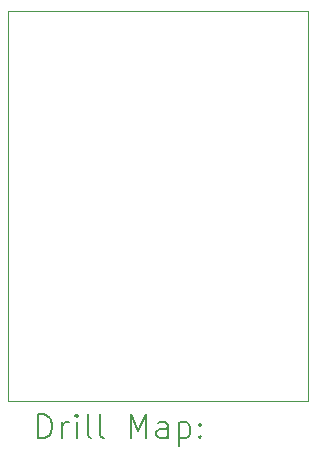
<source format=gbr>
%TF.GenerationSoftware,KiCad,Pcbnew,8.0.1-8.0.1-1~ubuntu22.04.1*%
%TF.CreationDate,2024-04-25T02:13:17+01:00*%
%TF.ProjectId,VQFN_breakout,5651464e-5f62-4726-9561-6b6f75742e6b,rev?*%
%TF.SameCoordinates,Original*%
%TF.FileFunction,Drillmap*%
%TF.FilePolarity,Positive*%
%FSLAX45Y45*%
G04 Gerber Fmt 4.5, Leading zero omitted, Abs format (unit mm)*
G04 Created by KiCad (PCBNEW 8.0.1-8.0.1-1~ubuntu22.04.1) date 2024-04-25 02:13:17*
%MOMM*%
%LPD*%
G01*
G04 APERTURE LIST*
%ADD10C,0.050000*%
%ADD11C,0.200000*%
G04 APERTURE END LIST*
D10*
X12446000Y-10160000D02*
X14986000Y-10160000D01*
X14986000Y-13462000D01*
X12446000Y-13462000D01*
X12446000Y-10160000D01*
D11*
X12704277Y-13775984D02*
X12704277Y-13575984D01*
X12704277Y-13575984D02*
X12751896Y-13575984D01*
X12751896Y-13575984D02*
X12780467Y-13585508D01*
X12780467Y-13585508D02*
X12799515Y-13604555D01*
X12799515Y-13604555D02*
X12809039Y-13623603D01*
X12809039Y-13623603D02*
X12818562Y-13661698D01*
X12818562Y-13661698D02*
X12818562Y-13690269D01*
X12818562Y-13690269D02*
X12809039Y-13728365D01*
X12809039Y-13728365D02*
X12799515Y-13747412D01*
X12799515Y-13747412D02*
X12780467Y-13766460D01*
X12780467Y-13766460D02*
X12751896Y-13775984D01*
X12751896Y-13775984D02*
X12704277Y-13775984D01*
X12904277Y-13775984D02*
X12904277Y-13642650D01*
X12904277Y-13680746D02*
X12913801Y-13661698D01*
X12913801Y-13661698D02*
X12923324Y-13652174D01*
X12923324Y-13652174D02*
X12942372Y-13642650D01*
X12942372Y-13642650D02*
X12961420Y-13642650D01*
X13028086Y-13775984D02*
X13028086Y-13642650D01*
X13028086Y-13575984D02*
X13018562Y-13585508D01*
X13018562Y-13585508D02*
X13028086Y-13595031D01*
X13028086Y-13595031D02*
X13037610Y-13585508D01*
X13037610Y-13585508D02*
X13028086Y-13575984D01*
X13028086Y-13575984D02*
X13028086Y-13595031D01*
X13151896Y-13775984D02*
X13132848Y-13766460D01*
X13132848Y-13766460D02*
X13123324Y-13747412D01*
X13123324Y-13747412D02*
X13123324Y-13575984D01*
X13256658Y-13775984D02*
X13237610Y-13766460D01*
X13237610Y-13766460D02*
X13228086Y-13747412D01*
X13228086Y-13747412D02*
X13228086Y-13575984D01*
X13485229Y-13775984D02*
X13485229Y-13575984D01*
X13485229Y-13575984D02*
X13551896Y-13718841D01*
X13551896Y-13718841D02*
X13618562Y-13575984D01*
X13618562Y-13575984D02*
X13618562Y-13775984D01*
X13799515Y-13775984D02*
X13799515Y-13671222D01*
X13799515Y-13671222D02*
X13789991Y-13652174D01*
X13789991Y-13652174D02*
X13770943Y-13642650D01*
X13770943Y-13642650D02*
X13732848Y-13642650D01*
X13732848Y-13642650D02*
X13713801Y-13652174D01*
X13799515Y-13766460D02*
X13780467Y-13775984D01*
X13780467Y-13775984D02*
X13732848Y-13775984D01*
X13732848Y-13775984D02*
X13713801Y-13766460D01*
X13713801Y-13766460D02*
X13704277Y-13747412D01*
X13704277Y-13747412D02*
X13704277Y-13728365D01*
X13704277Y-13728365D02*
X13713801Y-13709317D01*
X13713801Y-13709317D02*
X13732848Y-13699793D01*
X13732848Y-13699793D02*
X13780467Y-13699793D01*
X13780467Y-13699793D02*
X13799515Y-13690269D01*
X13894753Y-13642650D02*
X13894753Y-13842650D01*
X13894753Y-13652174D02*
X13913801Y-13642650D01*
X13913801Y-13642650D02*
X13951896Y-13642650D01*
X13951896Y-13642650D02*
X13970943Y-13652174D01*
X13970943Y-13652174D02*
X13980467Y-13661698D01*
X13980467Y-13661698D02*
X13989991Y-13680746D01*
X13989991Y-13680746D02*
X13989991Y-13737888D01*
X13989991Y-13737888D02*
X13980467Y-13756936D01*
X13980467Y-13756936D02*
X13970943Y-13766460D01*
X13970943Y-13766460D02*
X13951896Y-13775984D01*
X13951896Y-13775984D02*
X13913801Y-13775984D01*
X13913801Y-13775984D02*
X13894753Y-13766460D01*
X14075705Y-13756936D02*
X14085229Y-13766460D01*
X14085229Y-13766460D02*
X14075705Y-13775984D01*
X14075705Y-13775984D02*
X14066182Y-13766460D01*
X14066182Y-13766460D02*
X14075705Y-13756936D01*
X14075705Y-13756936D02*
X14075705Y-13775984D01*
X14075705Y-13652174D02*
X14085229Y-13661698D01*
X14085229Y-13661698D02*
X14075705Y-13671222D01*
X14075705Y-13671222D02*
X14066182Y-13661698D01*
X14066182Y-13661698D02*
X14075705Y-13652174D01*
X14075705Y-13652174D02*
X14075705Y-13671222D01*
M02*

</source>
